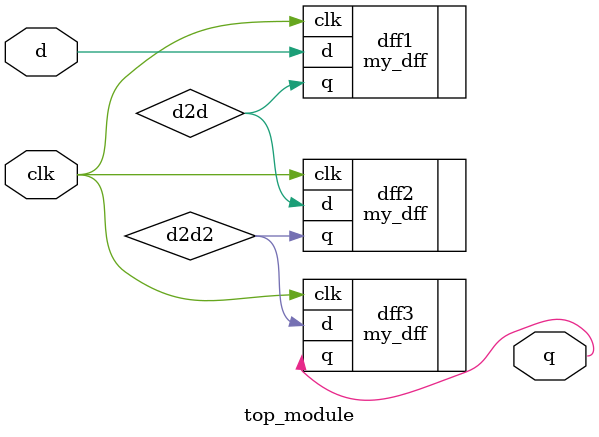
<source format=v>
module top_module ( input clk, input d, output q );

    wire d2d,d2d2;

    my_dff dff1(.clk(clk),.d(d),.q(d2d));

    my_dff dff2(.clk(clk),.d(d2d),.q(d2d2));

    my_dff dff3(.clk(clk),.d(d2d2),.q(q));

endmodule

</source>
